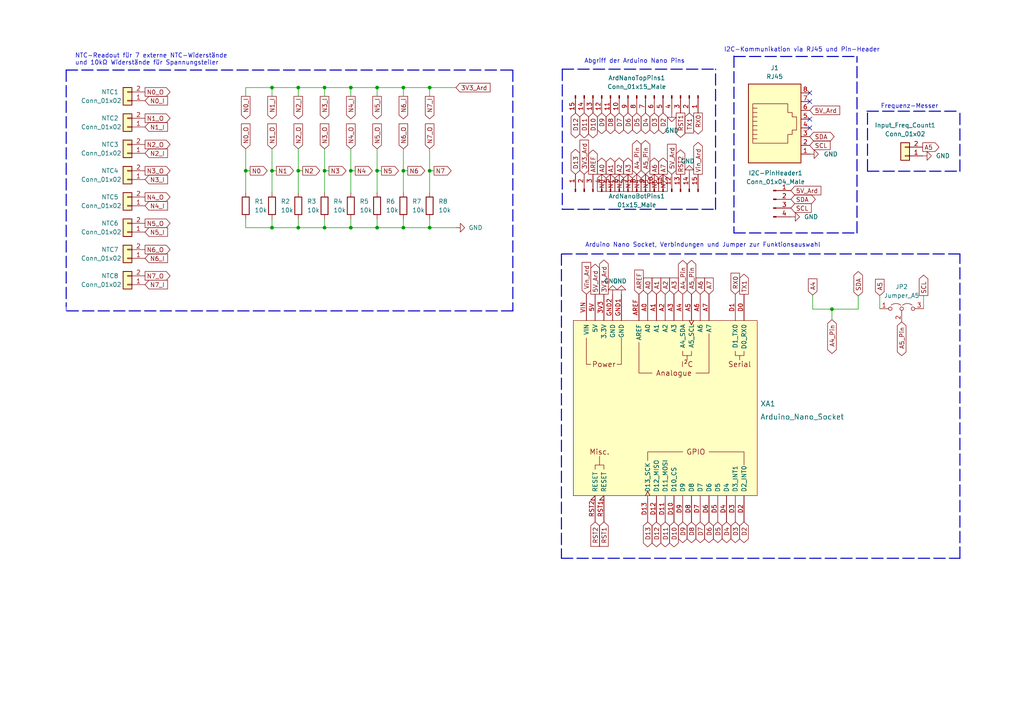
<source format=kicad_sch>
(kicad_sch (version 20211123) (generator eeschema)
  (paper "A4")
  (lib_symbols
    (symbol "Arduino:Arduino_Nano_Socket" (pin_names (offset 1.016))
      (property "Reference" "XA" (at 2.54 0 90))
      (property "Value" "Arduino_Nano_Socket" (at -2.54 0 90))
      (symbol "Arduino_Nano_Socket_0_0"
        (rectangle (start -25.4 26.67) (end 25.4 -26.67) (fill (type background)))
        (polyline (pts (xy -15.24 6.35) (xy -13.97 6.35)))
        (polyline (pts (xy -15.24 21.59) (xy -13.97 21.59)))
        (polyline (pts (xy 16.51 -19.05) (xy 13.97 -19.05)))
        (polyline (pts (xy -20.32 -22.86) (xy -12.7 -22.86) (xy -12.7 -21.59)))
        (polyline (pts (xy -12.7 -13.97) (xy -12.7 -12.7) (xy -20.32 -12.7)))
        (polyline (pts (xy -16.51 7.62) (xy -15.24 7.62) (xy -15.24 5.08) (xy -16.51 5.08)))
        (polyline (pts (xy -16.51 22.86) (xy -15.24 22.86) (xy -15.24 20.32) (xy -16.51 20.32)))
        (text "Analogue" (at -10.16 2.54 900) (effects (font (size 1.524 1.524))))
        (text "I²C" (at -12.7 6.35 900) (effects (font (size 1.524 1.524))))
        (text "Misc." (at 12.7 -19.05 900) (effects (font (size 1.524 1.524))))
        (text "Power" (at -12.7 -17.78 900) (effects (font (size 1.524 1.524))))
        (text "Serial" (at -12.7 21.59 900) (effects (font (size 1.524 1.524))))
      )
      (symbol "Arduino_Nano_Socket_0_1"
        (polyline (pts (xy -21.59 12.7) (xy -10.16 12.7) (xy -10.16 8.89)))
        (polyline (pts (xy -19.05 -7.62) (xy -10.16 -7.62) (xy -10.16 -3.81)))
        (polyline (pts (xy 15.24 -5.08) (xy 12.7 -5.08) (xy 12.7 5.08)))
        (polyline (pts (xy 16.51 22.86) (xy 12.7 22.86) (xy 12.7 12.7)))
        (polyline (pts (xy 17.78 -17.78) (xy 16.51 -17.78) (xy 16.51 -20.32) (xy 17.78 -20.32)))
      )
      (symbol "Arduino_Nano_Socket_1_0"
        (text "GPIO" (at 12.7 8.89 900) (effects (font (size 1.524 1.524))))
      )
      (symbol "Arduino_Nano_Socket_1_1"
        (pin power_in line (at -33.02 -17.78 0) (length 7.62) (name "3.3V") (number "3V3"))
        (pin power_in line (at -33.02 -20.32 0) (length 7.62) (name "5V") (number "5V"))
        (pin bidirectional line (at -33.02 -5.08 0) (length 7.62) (name "A0") (number "A0"))
        (pin bidirectional line (at -33.02 -2.54 0) (length 7.62) (name "A1") (number "A1"))
        (pin bidirectional line (at -33.02 0 0) (length 7.62) (name "A2") (number "A2"))
        (pin bidirectional line (at -33.02 2.54 0) (length 7.62) (name "A3") (number "A3"))
        (pin bidirectional line (at -33.02 5.08 0) (length 7.62) (name "A4_SDA") (number "A4"))
        (pin bidirectional clock (at -33.02 7.62 0) (length 7.62) (name "A5_SCL") (number "A5"))
        (pin input line (at -33.02 10.16 0) (length 7.62) (name "A6") (number "A6"))
        (pin input line (at -33.02 12.7 0) (length 7.62) (name "A7") (number "A7"))
        (pin input line (at -33.02 -7.62 0) (length 7.62) (name "AREF") (number "AREF"))
        (pin bidirectional line (at -33.02 22.86 0) (length 7.62) (name "D0_RX0") (number "D0"))
        (pin bidirectional line (at -33.02 20.32 0) (length 7.62) (name "D1_TX0") (number "D1"))
        (pin bidirectional line (at 33.02 2.54 180) (length 7.62) (name "D10_CS") (number "D10"))
        (pin bidirectional line (at 33.02 0 180) (length 7.62) (name "D11_MOSI") (number "D11"))
        (pin bidirectional line (at 33.02 -2.54 180) (length 7.62) (name "D12_MISO") (number "D12"))
        (pin bidirectional clock (at 33.02 -5.08 180) (length 7.62) (name "D13_SCK") (number "D13"))
        (pin bidirectional line (at 33.02 22.86 180) (length 7.62) (name "D2_INT0") (number "D2"))
        (pin bidirectional line (at 33.02 20.32 180) (length 7.62) (name "D3_INT1") (number "D3"))
        (pin bidirectional line (at 33.02 17.78 180) (length 7.62) (name "D4") (number "D4"))
        (pin bidirectional line (at 33.02 15.24 180) (length 7.62) (name "D5") (number "D5"))
        (pin bidirectional line (at 33.02 12.7 180) (length 7.62) (name "D6") (number "D6"))
        (pin bidirectional line (at 33.02 10.16 180) (length 7.62) (name "D7") (number "D7"))
        (pin bidirectional line (at 33.02 7.62 180) (length 7.62) (name "D8") (number "D8"))
        (pin bidirectional line (at 33.02 5.08 180) (length 7.62) (name "D9") (number "D9"))
        (pin power_in line (at -33.02 -12.7 0) (length 7.62) (name "GND") (number "GND1"))
        (pin power_in line (at -33.02 -15.24 0) (length 7.62) (name "GND") (number "GND2"))
        (pin open_collector input_low (at 33.02 -17.78 180) (length 7.62) (name "RESET") (number "RST1"))
        (pin open_collector input_low (at 33.02 -20.32 180) (length 7.62) (name "RESET") (number "RST2"))
        (pin power_in line (at -33.02 -22.86 0) (length 7.62) (name "VIN") (number "VIN"))
      )
    )
    (symbol "Connector:Conn_01x04_Male" (pin_names (offset 1.016) hide)
      (property "Reference" "J" (at 0 5.08 0))
      (property "Value" "Conn_01x04_Male" (at 0 -7.62 0))
      (symbol "Conn_01x04_Male_1_1"
        (polyline (pts (xy 1.27 -5.08) (xy 0.8636 -5.08)) (stroke (width 0.1524)))
        (polyline (pts (xy 1.27 -2.54) (xy 0.8636 -2.54)) (stroke (width 0.1524)))
        (polyline (pts (xy 1.27 0) (xy 0.8636 0)) (stroke (width 0.1524)))
        (polyline (pts (xy 1.27 2.54) (xy 0.8636 2.54)) (stroke (width 0.1524)))
        (rectangle (start 0.8636 -4.953) (end 0 -5.207) (stroke (width 0.1524)) (fill (type outline)))
        (rectangle (start 0.8636 -2.413) (end 0 -2.667) (stroke (width 0.1524)) (fill (type outline)))
        (rectangle (start 0.8636 0.127) (end 0 -0.127) (stroke (width 0.1524)) (fill (type outline)))
        (rectangle (start 0.8636 2.667) (end 0 2.413) (stroke (width 0.1524)) (fill (type outline)))
        (pin passive line (at 5.08 2.54 180) (length 3.81) (name "Pin_1") (number "1"))
        (pin passive line (at 5.08 0 180) (length 3.81) (name "Pin_2") (number "2"))
        (pin passive line (at 5.08 -2.54 180) (length 3.81) (name "Pin_3") (number "3"))
        (pin passive line (at 5.08 -5.08 180) (length 3.81) (name "Pin_4") (number "4"))
      )
    )
    (symbol "Connector:Conn_01x15_Male" (pin_names (offset 1.016) hide)
      (property "Reference" "J" (at 0 20.32 0))
      (property "Value" "Conn_01x15_Male" (at 0 -20.32 0))
      (symbol "Conn_01x15_Male_1_1"
        (polyline (pts (xy 1.27 -17.78) (xy 0.8636 -17.78)) (stroke (width 0.1524)))
        (polyline (pts (xy 1.27 -15.24) (xy 0.8636 -15.24)) (stroke (width 0.1524)))
        (polyline (pts (xy 1.27 -12.7) (xy 0.8636 -12.7)) (stroke (width 0.1524)))
        (polyline (pts (xy 1.27 -10.16) (xy 0.8636 -10.16)) (stroke (width 0.1524)))
        (polyline (pts (xy 1.27 -7.62) (xy 0.8636 -7.62)) (stroke (width 0.1524)))
        (polyline (pts (xy 1.27 -5.08) (xy 0.8636 -5.08)) (stroke (width 0.1524)))
        (polyline (pts (xy 1.27 -2.54) (xy 0.8636 -2.54)) (stroke (width 0.1524)))
        (polyline (pts (xy 1.27 0) (xy 0.8636 0)) (stroke (width 0.1524)))
        (polyline (pts (xy 1.27 2.54) (xy 0.8636 2.54)) (stroke (width 0.1524)))
        (polyline (pts (xy 1.27 5.08) (xy 0.8636 5.08)) (stroke (width 0.1524)))
        (polyline (pts (xy 1.27 7.62) (xy 0.8636 7.62)) (stroke (width 0.1524)))
        (polyline (pts (xy 1.27 10.16) (xy 0.8636 10.16)) (stroke (width 0.1524)))
        (polyline (pts (xy 1.27 12.7) (xy 0.8636 12.7)) (stroke (width 0.1524)))
        (polyline (pts (xy 1.27 15.24) (xy 0.8636 15.24)) (stroke (width 0.1524)))
        (polyline (pts (xy 1.27 17.78) (xy 0.8636 17.78)) (stroke (width 0.1524)))
        (rectangle (start 0.8636 -17.653) (end 0 -17.907) (stroke (width 0.1524)) (fill (type outline)))
        (rectangle (start 0.8636 -15.113) (end 0 -15.367) (stroke (width 0.1524)) (fill (type outline)))
        (rectangle (start 0.8636 -12.573) (end 0 -12.827) (stroke (width 0.1524)) (fill (type outline)))
        (rectangle (start 0.8636 -10.033) (end 0 -10.287) (stroke (width 0.1524)) (fill (type outline)))
        (rectangle (start 0.8636 -7.493) (end 0 -7.747) (stroke (width 0.1524)) (fill (type outline)))
        (rectangle (start 0.8636 -4.953) (end 0 -5.207) (stroke (width 0.1524)) (fill (type outline)))
        (rectangle (start 0.8636 -2.413) (end 0 -2.667) (stroke (width 0.1524)) (fill (type outline)))
        (rectangle (start 0.8636 0.127) (end 0 -0.127) (stroke (width 0.1524)) (fill (type outline)))
        (rectangle (start 0.8636 2.667) (end 0 2.413) (stroke (width 0.1524)) (fill (type outline)))
        (rectangle (start 0.8636 5.207) (end 0 4.953) (stroke (width 0.1524)) (fill (type outline)))
        (rectangle (start 0.8636 7.747) (end 0 7.493) (stroke (width 0.1524)) (fill (type outline)))
        (rectangle (start 0.8636 10.287) (end 0 10.033) (stroke (width 0.1524)) (fill (type outline)))
        (rectangle (start 0.8636 12.827) (end 0 12.573) (stroke (width 0.1524)) (fill (type outline)))
        (rectangle (start 0.8636 15.367) (end 0 15.113) (stroke (width 0.1524)) (fill (type outline)))
        (rectangle (start 0.8636 17.907) (end 0 17.653) (stroke (width 0.1524)) (fill (type outline)))
        (pin passive line (at 5.08 17.78 180) (length 3.81) (name "Pin_1") (number "1"))
        (pin passive line (at 5.08 -5.08 180) (length 3.81) (name "Pin_10") (number "10"))
        (pin passive line (at 5.08 -7.62 180) (length 3.81) (name "Pin_11") (number "11"))
        (pin passive line (at 5.08 -10.16 180) (length 3.81) (name "Pin_12") (number "12"))
        (pin passive line (at 5.08 -12.7 180) (length 3.81) (name "Pin_13") (number "13"))
        (pin passive line (at 5.08 -15.24 180) (length 3.81) (name "Pin_14") (number "14"))
        (pin passive line (at 5.08 -17.78 180) (length 3.81) (name "Pin_15") (number "15"))
        (pin passive line (at 5.08 15.24 180) (length 3.81) (name "Pin_2") (number "2"))
        (pin passive line (at 5.08 12.7 180) (length 3.81) (name "Pin_3") (number "3"))
        (pin passive line (at 5.08 10.16 180) (length 3.81) (name "Pin_4") (number "4"))
        (pin passive line (at 5.08 7.62 180) (length 3.81) (name "Pin_5") (number "5"))
        (pin passive line (at 5.08 5.08 180) (length 3.81) (name "Pin_6") (number "6"))
        (pin passive line (at 5.08 2.54 180) (length 3.81) (name "Pin_7") (number "7"))
        (pin passive line (at 5.08 0 180) (length 3.81) (name "Pin_8") (number "8"))
        (pin passive line (at 5.08 -2.54 180) (length 3.81) (name "Pin_9") (number "9"))
      )
    )
    (symbol "Connector:RJ45" (pin_names (offset 1.016))
      (property "Reference" "J" (at -5.08 13.97 0))
      (property "Value" "RJ45" (at 2.54 13.97 0))
      (symbol "RJ45_0_1"
        (polyline (pts (xy -5.08 4.445) (xy -6.35 4.445)))
        (polyline (pts (xy -5.08 5.715) (xy -6.35 5.715)))
        (polyline (pts (xy -6.35 -3.175) (xy -5.08 -3.175) (xy -5.08 -3.175)))
        (polyline (pts (xy -6.35 -1.905) (xy -5.08 -1.905) (xy -5.08 -1.905)))
        (polyline (pts (xy -6.35 -0.635) (xy -5.08 -0.635) (xy -5.08 -0.635)))
        (polyline (pts (xy -6.35 0.635) (xy -5.08 0.635) (xy -5.08 0.635)))
        (polyline (pts (xy -6.35 1.905) (xy -5.08 1.905) (xy -5.08 1.905)))
        (polyline (pts (xy -5.08 3.175) (xy -6.35 3.175) (xy -6.35 3.175)))
        (polyline (pts (xy -6.35 -4.445) (xy -6.35 6.985) (xy 3.81 6.985) (xy 3.81 4.445) (xy 5.08 4.445) (xy 5.08 3.175) (xy 6.35 3.175) (xy 6.35 -0.635) (xy 5.08 -0.635) (xy 5.08 -1.905) (xy 3.81 -1.905) (xy 3.81 -4.445) (xy -6.35 -4.445) (xy -6.35 -4.445)))
        (rectangle (start 7.62 12.7) (end -7.62 -10.16) (stroke (width 0.254)) (fill (type background)))
      )
      (symbol "RJ45_1_1"
        (pin passive line (at 10.16 -7.62 180) (length 2.54) (name "~") (number "1"))
        (pin passive line (at 10.16 -5.08 180) (length 2.54) (name "~") (number "2"))
        (pin passive line (at 10.16 -2.54 180) (length 2.54) (name "~") (number "3"))
        (pin passive line (at 10.16 0 180) (length 2.54) (name "~") (number "4"))
        (pin passive line (at 10.16 2.54 180) (length 2.54) (name "~") (number "5"))
        (pin passive line (at 10.16 5.08 180) (length 2.54) (name "~") (number "6"))
        (pin passive line (at 10.16 7.62 180) (length 2.54) (name "~") (number "7"))
        (pin passive line (at 10.16 10.16 180) (length 2.54) (name "~") (number "8"))
      )
    )
    (symbol "Connector_Generic:Conn_01x02" (pin_names (offset 1.016) hide)
      (property "Reference" "J" (at 0 2.54 0))
      (property "Value" "Conn_01x02" (at 0 -5.08 0))
      (symbol "Conn_01x02_1_1"
        (rectangle (start -1.27 -2.413) (end 0 -2.667) (stroke (width 0.1524)))
        (rectangle (start -1.27 0.127) (end 0 -0.127) (stroke (width 0.1524)))
        (rectangle (start -1.27 1.27) (end 1.27 -3.81) (stroke (width 0.254)) (fill (type background)))
        (pin passive line (at -5.08 0 0) (length 3.81) (name "Pin_1") (number "1"))
        (pin passive line (at -5.08 -2.54 0) (length 3.81) (name "Pin_2") (number "2"))
      )
    )
    (symbol "Device:R" (pin_numbers hide) (pin_names (offset 0))
      (property "Reference" "R" (at 2.032 0 90))
      (property "Value" "R" (at 0 0 90))
      (symbol "R_0_1"
        (rectangle (start -1.016 -2.54) (end 1.016 2.54) (stroke (width 0.254)))
      )
      (symbol "R_1_1"
        (pin passive line (at 0 3.81 270) (length 1.27) (name "~") (number "1"))
        (pin passive line (at 0 -3.81 90) (length 1.27) (name "~") (number "2"))
      )
    )
    (symbol "Jumper:Jumper_3_Open" (pin_names (offset 0) hide)
      (property "Reference" "JP" (at -2.54 -2.54 0))
      (property "Value" "Jumper_3_Open" (at 0 2.794 0))
      (symbol "Jumper_3_Open_0_0"
        (circle (center -3.302 0) (radius 0.508))
        (circle (center 0 0) (radius 0.508))
        (circle (center 3.302 0) (radius 0.508))
      )
      (symbol "Jumper_3_Open_0_1"
        (arc (start -0.254 1.016) (mid -1.651 1.4992) (end -3.048 1.016))
        (polyline (pts (xy 0 -0.508) (xy 0 -1.27)))
        (arc (start 3.048 1.016) (mid 1.651 1.4992) (end 0.254 1.016))
      )
      (symbol "Jumper_3_Open_1_1"
        (pin passive line (at -6.35 0 0) (length 2.54) (name "A") (number "1"))
        (pin input line (at 0 -3.81 90) (length 2.54) (name "C") (number "2"))
        (pin passive line (at 6.35 0 180) (length 2.54) (name "B") (number "3"))
      )
    )
    (symbol "power:GND" (power) (pin_names (offset 0))
      (property "Value" "GND" (at 0 -3.81 0))
      (symbol "GND_0_1"
        (polyline (pts (xy 0 0) (xy 0 -1.27) (xy 1.27 -1.27) (xy 0 -2.54) (xy -1.27 -1.27) (xy 0 -1.27)))
      )
      (symbol "GND_1_1"
        (pin power_in line (at 0 0 270) (length 0) hide (name "GND") (number "1"))
      )
    )
  )
  (junction (at 101.7524 25.4))
  (junction (at 124.6124 49.53))
  (junction (at 86.5124 66.04))
  (junction (at 86.5124 49.53))
  (junction (at 94.1324 49.53))
  (junction (at 101.7524 66.04))
  (junction (at 78.8924 49.53))
  (junction (at 78.8924 66.04))
  (junction (at 101.7524 49.53))
  (junction (at 109.3724 25.4))
  (junction (at 241.3 89.662))
  (junction (at 116.9924 25.4))
  (junction (at 71.2724 49.53))
  (junction (at 116.9924 49.53))
  (junction (at 124.6124 66.04))
  (junction (at 86.5124 25.4))
  (junction (at 94.1324 25.4))
  (junction (at 116.9924 66.04))
  (junction (at 124.6124 25.4))
  (junction (at 109.3724 66.04))
  (junction (at 94.1324 66.04))
  (junction (at 78.8924 25.4))
  (junction (at 109.3724 49.53))
  (no_connect (at 234.8484 29.464))
  (no_connect (at 234.8484 34.544))
  (no_connect (at 234.8484 26.924))
  (no_connect (at 234.8484 37.084))
  (wire (pts (xy 78.8924 43.18) (xy 78.8924 49.53)))
  (wire (pts (xy 124.6124 25.4) (xy 132.2324 25.4)))
  (wire (pts (xy 124.6124 49.53) (xy 125.8824 49.53)))
  (wire (pts (xy 101.7524 66.04) (xy 109.3724 66.04)))
  (polyline (pts (xy 212.8774 16.256) (xy 212.8774 67.564)) (stroke (width 0.3)))
  (wire (pts (xy 71.2724 49.53) (xy 71.2724 55.88)))
  (wire (pts (xy 109.3724 63.5) (xy 109.3724 66.04)))
  (wire (pts (xy 109.3724 25.4) (xy 116.9924 25.4)))
  (wire (pts (xy 124.6124 43.18) (xy 124.6124 49.53)))
  (wire (pts (xy 109.3724 43.18) (xy 109.3724 49.53)))
  (wire (pts (xy 94.1324 49.53) (xy 95.4024 49.53)))
  (polyline (pts (xy 19.2024 20.32) (xy 19.2024 88.9)) (stroke (width 0.3)))
  (polyline (pts (xy 163.0934 20.066) (xy 163.0934 60.706)) (stroke (width 0.3)))
  (wire (pts (xy 116.9924 43.18) (xy 116.9924 49.53)))
  (wire (pts (xy 248.92 89.662) (xy 248.92 85.852)))
  (wire (pts (xy 86.5124 43.18) (xy 86.5124 49.53)))
  (wire (pts (xy 109.3724 66.04) (xy 116.9924 66.04)))
  (polyline (pts (xy 251.6124 49.657) (xy 278.4094 49.657)) (stroke (width 0.3)))
  (polyline (pts (xy 148.7424 90.17) (xy 19.2024 90.17)) (stroke (width 0.3)))
  (polyline (pts (xy 251.6124 32.766) (xy 251.6124 49.657)) (stroke (width 0.3)))
  (wire (pts (xy 71.2724 49.53) (xy 72.5424 49.53)))
  (wire (pts (xy 109.3724 49.53) (xy 109.3724 55.88)))
  (wire (pts (xy 116.9924 25.4) (xy 116.9924 27.94)))
  (wire (pts (xy 71.2724 63.5) (xy 71.2724 66.04)))
  (wire (pts (xy 86.5124 49.53) (xy 86.5124 55.88)))
  (wire (pts (xy 86.5124 66.04) (xy 94.1324 66.04)))
  (wire (pts (xy 78.8924 49.53) (xy 80.1624 49.53)))
  (wire (pts (xy 235.712 85.598) (xy 235.712 89.662)))
  (polyline (pts (xy 162.8394 161.925) (xy 278.4094 161.925)) (stroke (width 0.3)))
  (wire (pts (xy 101.7524 63.5) (xy 101.7524 66.04)))
  (wire (pts (xy 94.1324 25.4) (xy 94.1324 27.94)))
  (wire (pts (xy 124.6124 66.04) (xy 132.2324 66.04)))
  (wire (pts (xy 101.7524 25.4) (xy 101.7524 27.94)))
  (wire (pts (xy 101.7524 25.4) (xy 109.3724 25.4)))
  (polyline (pts (xy 162.8394 73.66) (xy 162.8394 161.925)) (stroke (width 0.3)))
  (wire (pts (xy 71.2724 66.04) (xy 78.8924 66.04)))
  (wire (pts (xy 78.8924 25.4) (xy 78.8924 27.94)))
  (polyline (pts (xy 19.2024 20.32) (xy 148.7424 20.32)) (stroke (width 0.3)))
  (wire (pts (xy 94.1324 63.5) (xy 94.1324 66.04)))
  (polyline (pts (xy 163.0934 20.066) (xy 207.5434 20.066)) (stroke (width 0.3)))
  (polyline (pts (xy 148.7424 20.32) (xy 148.7424 90.17)) (stroke (width 0.3)))
  (wire (pts (xy 116.9924 25.4) (xy 124.6124 25.4)))
  (wire (pts (xy 124.6124 25.4) (xy 124.6124 27.94)))
  (wire (pts (xy 116.9924 49.53) (xy 116.9924 55.88)))
  (polyline (pts (xy 278.4094 73.66) (xy 163.0934 73.66)) (stroke (width 0.3)))
  (wire (pts (xy 86.5124 49.53) (xy 87.7824 49.53)))
  (wire (pts (xy 86.5124 25.4) (xy 94.1324 25.4)))
  (wire (pts (xy 101.7524 49.53) (xy 101.7524 55.88)))
  (wire (pts (xy 71.2724 25.4) (xy 71.2724 27.94)))
  (wire (pts (xy 116.9924 49.53) (xy 118.2624 49.53)))
  (wire (pts (xy 101.7524 49.53) (xy 103.0224 49.53)))
  (wire (pts (xy 71.2724 25.4) (xy 78.8924 25.4)))
  (polyline (pts (xy 163.0934 73.66) (xy 163.0934 73.66)))
  (polyline (pts (xy 278.4094 49.657) (xy 278.4094 32.258)) (stroke (width 0.3)))
  (wire (pts (xy 116.9924 63.5) (xy 116.9924 66.04)))
  (polyline (pts (xy 212.8774 16.383) (xy 248.5644 16.383)) (stroke (width 0.3)))
  (wire (pts (xy 71.2724 43.18) (xy 71.2724 49.53)))
  (wire (pts (xy 235.712 89.662) (xy 241.3 89.662)))
  (polyline (pts (xy 212.8774 67.564) (xy 248.5644 67.564)) (stroke (width 0.3)))
  (wire (pts (xy 86.5124 25.4) (xy 86.5124 27.94)))
  (wire (pts (xy 241.3 92.71) (xy 241.3 89.662)))
  (wire (pts (xy 94.1324 25.4) (xy 101.7524 25.4)))
  (polyline (pts (xy 248.5644 67.564) (xy 248.5644 16.383)) (stroke (width 0.3)))
  (wire (pts (xy 78.8924 66.04) (xy 86.5124 66.04)))
  (wire (pts (xy 94.1324 49.53) (xy 94.1324 55.88)))
  (wire (pts (xy 94.1324 66.04) (xy 101.7524 66.04)))
  (wire (pts (xy 78.8924 49.53) (xy 78.8924 55.88)))
  (polyline (pts (xy 278.4094 161.925) (xy 278.4094 73.66)) (stroke (width 0.3)))
  (wire (pts (xy 78.8924 25.4) (xy 86.5124 25.4)))
  (wire (pts (xy 124.6124 63.5) (xy 124.6124 66.04)))
  (wire (pts (xy 78.8924 63.5) (xy 78.8924 66.04)))
  (wire (pts (xy 255.1684 85.725) (xy 255.1684 89.535)))
  (wire (pts (xy 109.3724 49.53) (xy 110.6424 49.53)))
  (wire (pts (xy 267.8684 89.535) (xy 267.8684 85.725)))
  (wire (pts (xy 241.3 89.662) (xy 248.92 89.662)))
  (wire (pts (xy 109.3724 25.4) (xy 109.3724 27.94)))
  (polyline (pts (xy 207.5434 60.706) (xy 207.5434 20.066)) (stroke (width 0.3)))
  (polyline (pts (xy 19.2024 90.17) (xy 19.2024 88.9)))
  (polyline (pts (xy 251.4854 32.258) (xy 278.4094 32.258)) (stroke (width 0.3)))
  (wire (pts (xy 116.9924 66.04) (xy 124.6124 66.04)))
  (wire (pts (xy 124.6124 49.53) (xy 124.6124 55.88)))
  (wire (pts (xy 94.1324 43.18) (xy 94.1324 49.53)))
  (wire (pts (xy 101.7524 43.18) (xy 101.7524 49.53)))
  (polyline (pts (xy 163.0934 60.706) (xy 207.5434 60.706)) (stroke (width 0.3) (type dash)))
  (wire (pts (xy 86.5124 63.5) (xy 86.5124 66.04)))
  (text "Abgriff der Arduino Nano Pins" (at 169.4434 18.542 0) (effects (font (size 1.27 1.27)) (justify left bottom)))
  (text "NTC-Readout für 7 externe NTC-Widerstände\nund 10kΩ Widerstände für Spannungsteiler" (at 21.7424 19.05 0) (effects (font (size 1.27 1.27)) (justify left bottom)))
  (text "Frequenz-Messer" (at 255.4224 31.623 0) (effects (font (size 1.27 1.27)) (justify left bottom)))
  (text "Arduino Nano Socket, Verbindungen und Jumper zur Funktionsauswahl" (at 169.6974 71.882 0) (effects (font (size 1.27 1.27)) (justify left bottom)))
  (text "I2C-Kommunikation via RJ45 und Pin-Header" (at 209.9564 15.24 0) (effects (font (size 1.27 1.27)) (justify left bottom)))
  (global_label "N0" (shape output) (at 72.5424 49.53 0) (property "Intersheet References" "${INTERSHEET_REFS}" (effects hide)))
  (global_label "N7" (shape input) (at 192.3034 50.546 270) (property "Intersheet References" "${INTERSHEET_REFS}" (effects hide)))
  (global_label "A1" (shape input) (at 190.3984 85.344 90) (property "Intersheet References" "${INTERSHEET_REFS}" (effects hide)))
  (global_label "N2_I" (shape input) (at 42.0624 44.45 0) (property "Intersheet References" "${INTERSHEET_REFS}" (effects hide)))
  (global_label "N1" (shape output) (at 80.1624 49.53 0) (property "Intersheet References" "${INTERSHEET_REFS}" (effects hide)))
  (global_label "N7" (shape output) (at 125.8824 49.53 0) (property "Intersheet References" "${INTERSHEET_REFS}" (effects hide)))
  (global_label "N4" (shape input) (at 184.6834 50.546 270) (property "Intersheet References" "${INTERSHEET_REFS}" (effects hide)))
  (global_label "A7" (shape input) (at 205.6384 85.344 90) (property "Intersheet References" "${INTERSHEET_REFS}" (effects hide)))
  (global_label "D3" (shape bidirectional) (at 213.2584 151.384 270) (property "Intersheet References" "${INTERSHEET_REFS}" (effects hide)))
  (global_label "RST2" (shape input) (at 172.6184 151.384 270) (property "Intersheet References" "${INTERSHEET_REFS}" (effects hide)))
  (global_label "Vin_Ard" (shape output) (at 202.4634 50.546 90) (property "Intersheet References" "${INTERSHEET_REFS}" (effects hide)))
  (global_label "AREF" (shape input) (at 185.3184 85.344 90) (property "Intersheet References" "${INTERSHEET_REFS}" (effects hide)))
  (global_label "N7_O" (shape input) (at 124.6124 43.18 90) (property "Intersheet References" "${INTERSHEET_REFS}" (effects hide)))
  (global_label "D11" (shape bidirectional) (at 169.4434 32.766 270) (property "Intersheet References" "${INTERSHEET_REFS}" (effects hide)))
  (global_label "N4_O" (shape input) (at 101.7524 43.18 90) (property "Intersheet References" "${INTERSHEET_REFS}" (effects hide)))
  (global_label "N4" (shape output) (at 103.0224 49.53 0) (property "Intersheet References" "${INTERSHEET_REFS}" (effects hide)))
  (global_label "N6_I" (shape output) (at 116.9924 27.94 270) (property "Intersheet References" "${INTERSHEET_REFS}" (effects hide)))
  (global_label "D7" (shape bidirectional) (at 179.6034 32.766 270) (property "Intersheet References" "${INTERSHEET_REFS}" (effects hide)))
  (global_label "D7" (shape bidirectional) (at 203.0984 151.384 270) (property "Intersheet References" "${INTERSHEET_REFS}" (effects hide)))
  (global_label "A4_Pin" (shape bidirectional) (at 198.0184 85.344 90) (property "Intersheet References" "${INTERSHEET_REFS}" (effects hide)))
  (global_label "5V_Ard" (shape input) (at 229.3874 55.2704 0) (property "Intersheet References" "${INTERSHEET_REFS}" (effects hide)))
  (global_label "D5" (shape bidirectional) (at 184.6834 32.766 270) (property "Intersheet References" "${INTERSHEET_REFS}" (effects hide)))
  (global_label "D6" (shape bidirectional) (at 182.1434 32.766 270) (property "Intersheet References" "${INTERSHEET_REFS}" (effects hide)))
  (global_label "D4" (shape bidirectional) (at 187.2234 32.766 270) (property "Intersheet References" "${INTERSHEET_REFS}" (effects hide)))
  (global_label "AREF" (shape output) (at 171.9834 50.546 90) (property "Intersheet References" "${INTERSHEET_REFS}" (effects hide)))
  (global_label "SDA" (shape bidirectional) (at 229.3874 57.8104 0) (property "Intersheet References" "${INTERSHEET_REFS}" (effects hide)))
  (global_label "N4_I" (shape output) (at 101.7524 27.94 270) (property "Intersheet References" "${INTERSHEET_REFS}" (effects hide)))
  (global_label "SDA" (shape bidirectional) (at 234.8484 39.624 0) (property "Intersheet References" "${INTERSHEET_REFS}" (effects hide)))
  (global_label "A5" (shape output) (at 267.6144 42.672 0) (property "Intersheet References" "${INTERSHEET_REFS}" (effects hide)))
  (global_label "N0_I" (shape output) (at 71.2724 27.94 270) (property "Intersheet References" "${INTERSHEET_REFS}" (effects hide)))
  (global_label "N3_O" (shape output) (at 42.0624 49.53 0) (property "Intersheet References" "${INTERSHEET_REFS}" (effects hide)))
  (global_label "N5_O" (shape output) (at 42.0624 64.77 0) (property "Intersheet References" "${INTERSHEET_REFS}" (effects hide)))
  (global_label "N5_O" (shape input) (at 109.3724 43.18 90) (property "Intersheet References" "${INTERSHEET_REFS}" (effects hide)))
  (global_label "3V3_Ard" (shape input) (at 132.2324 25.4 0) (property "Intersheet References" "${INTERSHEET_REFS}" (effects hide)))
  (global_label "5V_Ard" (shape output) (at 172.6184 85.344 90) (property "Intersheet References" "${INTERSHEET_REFS}" (effects hide)))
  (global_label "D13" (shape bidirectional) (at 166.9034 50.546 90) (property "Intersheet References" "${INTERSHEET_REFS}" (effects hide)))
  (global_label "D6" (shape bidirectional) (at 205.6384 151.384 270) (property "Intersheet References" "${INTERSHEET_REFS}" (effects hide)))
  (global_label "N4_I" (shape input) (at 42.0624 59.69 0) (property "Intersheet References" "${INTERSHEET_REFS}" (effects hide)))
  (global_label "N3" (shape input) (at 182.1434 50.546 270) (property "Intersheet References" "${INTERSHEET_REFS}" (effects hide)))
  (global_label "N4_O" (shape output) (at 42.0624 57.15 0) (property "Intersheet References" "${INTERSHEET_REFS}" (effects hide)))
  (global_label "A3" (shape input) (at 195.4784 85.344 90) (property "Intersheet References" "${INTERSHEET_REFS}" (effects hide)))
  (global_label "N6_O" (shape output) (at 42.0624 72.39 0) (property "Intersheet References" "${INTERSHEET_REFS}" (effects hide)))
  (global_label "RX0" (shape input) (at 213.2584 85.344 90) (property "Intersheet References" "${INTERSHEET_REFS}" (effects hide)))
  (global_label "3V3_Ard" (shape input) (at 169.4434 50.546 90) (property "Intersheet References" "${INTERSHEET_REFS}" (effects hide)))
  (global_label "D5" (shape bidirectional) (at 208.1784 151.384 270) (property "Intersheet References" "${INTERSHEET_REFS}" (effects hide)))
  (global_label "N1" (shape input) (at 177.0634 50.546 270) (property "Intersheet References" "${INTERSHEET_REFS}" (effects hide)))
  (global_label "SDA" (shape bidirectional) (at 248.92 85.852 90) (property "Intersheet References" "${INTERSHEET_REFS}" (effects hide)))
  (global_label "D13" (shape bidirectional) (at 187.8584 151.384 270) (property "Intersheet References" "${INTERSHEET_REFS}" (effects hide)))
  (global_label "A5_Pin" (shape bidirectional) (at 187.2234 50.546 90) (property "Intersheet References" "${INTERSHEET_REFS}" (effects hide)))
  (global_label "N0_O" (shape output) (at 42.0624 26.67 0) (property "Intersheet References" "${INTERSHEET_REFS}" (effects hide)))
  (global_label "D11" (shape bidirectional) (at 192.9384 151.384 270) (property "Intersheet References" "${INTERSHEET_REFS}" (effects hide)))
  (global_label "D12" (shape bidirectional) (at 166.9034 32.766 270) (property "Intersheet References" "${INTERSHEET_REFS}" (effects hide)))
  (global_label "A2" (shape output) (at 179.6034 50.546 90) (property "Intersheet References" "${INTERSHEET_REFS}" (effects hide)))
  (global_label "A5_Pin" (shape bidirectional) (at 200.5584 85.344 90) (property "Intersheet References" "${INTERSHEET_REFS}" (effects hide)))
  (global_label "TX1" (shape input) (at 199.9234 32.766 270) (property "Intersheet References" "${INTERSHEET_REFS}" (effects hide)))
  (global_label "N1_I" (shape input) (at 42.0624 36.83 0) (property "Intersheet References" "${INTERSHEET_REFS}" (effects hide)))
  (global_label "A0" (shape output) (at 174.5234 50.546 90) (property "Intersheet References" "${INTERSHEET_REFS}" (effects hide)))
  (global_label "N3_I" (shape input) (at 42.0624 52.07 0) (property "Intersheet References" "${INTERSHEET_REFS}" (effects hide)))
  (global_label "N1_O" (shape input) (at 78.8924 43.18 90) (property "Intersheet References" "${INTERSHEET_REFS}" (effects hide)))
  (global_label "5V_Ard" (shape input) (at 234.8484 32.004 0) (property "Intersheet References" "${INTERSHEET_REFS}" (effects hide)))
  (global_label "N6_I" (shape input) (at 42.0624 74.93 0) (property "Intersheet References" "${INTERSHEET_REFS}" (effects hide)))
  (global_label "N5_I" (shape input) (at 42.0624 67.31 0) (property "Intersheet References" "${INTERSHEET_REFS}" (effects hide)))
  (global_label "N3_O" (shape input) (at 94.1324 43.18 90) (property "Intersheet References" "${INTERSHEET_REFS}" (effects hide)))
  (global_label "Vin_Ard" (shape input) (at 170.0784 85.344 90) (property "Intersheet References" "${INTERSHEET_REFS}" (effects hide)))
  (global_label "A4_Pin" (shape bidirectional) (at 184.6834 50.546 90) (property "Intersheet References" "${INTERSHEET_REFS}" (effects hide)))
  (global_label "D4" (shape bidirectional) (at 210.7184 151.384 270) (property "Intersheet References" "${INTERSHEET_REFS}" (effects hide)))
  (global_label "N6_O" (shape input) (at 116.9924 43.18 90) (property "Intersheet References" "${INTERSHEET_REFS}" (effects hide)))
  (global_label "5V_Ard" (shape input) (at 194.8434 50.546 90) (property "Intersheet References" "${INTERSHEET_REFS}" (effects hide)))
  (global_label "D10" (shape bidirectional) (at 195.4784 151.384 270) (property "Intersheet References" "${INTERSHEET_REFS}" (effects hide)))
  (global_label "N6" (shape output) (at 118.2624 49.53 0) (property "Intersheet References" "${INTERSHEET_REFS}" (effects hide)))
  (global_label "N1_O" (shape output) (at 42.0624 34.29 0) (property "Intersheet References" "${INTERSHEET_REFS}" (effects hide)))
  (global_label "N0_I" (shape input) (at 42.0624 29.21 0) (property "Intersheet References" "${INTERSHEET_REFS}" (effects hide)))
  (global_label "N0" (shape input) (at 174.5234 50.546 270) (property "Intersheet References" "${INTERSHEET_REFS}" (effects hide)))
  (global_label "RST1" (shape input) (at 175.1584 151.384 270) (property "Intersheet References" "${INTERSHEET_REFS}" (effects hide)))
  (global_label "D10" (shape bidirectional) (at 171.9834 32.766 270) (property "Intersheet References" "${INTERSHEET_REFS}" (effects hide)))
  (global_label "A5_Pin" (shape bidirectional) (at 261.5184 93.345 270) (property "Intersheet References" "${INTERSHEET_REFS}" (effects hide)))
  (global_label "A6" (shape input) (at 203.0984 85.344 90) (property "Intersheet References" "${INTERSHEET_REFS}" (effects hide)))
  (global_label "D3" (shape bidirectional) (at 189.7634 32.766 270) (property "Intersheet References" "${INTERSHEET_REFS}" (effects hide)))
  (global_label "N0_O" (shape input) (at 71.2724 43.18 90) (property "Intersheet References" "${INTERSHEET_REFS}" (effects hide)))
  (global_label "N7_I" (shape input) (at 42.0624 82.55 0) (property "Intersheet References" "${INTERSHEET_REFS}" (effects hide)))
  (global_label "D9" (shape bidirectional) (at 174.5234 32.766 270) (property "Intersheet References" "${INTERSHEET_REFS}" (effects hide)))
  (global_label "N2" (shape input) (at 179.6034 50.546 270) (property "Intersheet References" "${INTERSHEET_REFS}" (effects hide)))
  (global_label "A6" (shape output) (at 189.7634 50.546 90) (property "Intersheet References" "${INTERSHEET_REFS}" (effects hide)))
  (global_label "RST2" (shape output) (at 197.3834 50.546 90) (property "Intersheet References" "${INTERSHEET_REFS}" (effects hide)))
  (global_label "D8" (shape bidirectional) (at 177.0634 32.766 270) (property "Intersheet References" "${INTERSHEET_REFS}" (effects hide)))
  (global_label "N2_O" (shape input) (at 86.5124 43.18 90) (property "Intersheet References" "${INTERSHEET_REFS}" (effects hide)))
  (global_label "A5" (shape input) (at 255.1684 85.725 90) (property "Intersheet References" "${INTERSHEET_REFS}" (effects hide)))
  (global_label "A1" (shape output) (at 177.0634 50.546 90) (property "Intersheet References" "${INTERSHEET_REFS}" (effects hide)))
  (global_label "SCL" (shape output) (at 267.8684 85.725 90) (property "Intersheet References" "${INTERSHEET_REFS}" (effects hide)))
  (global_label "SCL" (shape input) (at 229.3874 60.3504 0) (property "Intersheet References" "${INTERSHEET_REFS}" (effects hide)))
  (global_label "D8" (shape bidirectional) (at 200.5584 151.384 270) (property "Intersheet References" "${INTERSHEET_REFS}" (effects hide)))
  (global_label "D2" (shape bidirectional) (at 192.3034 32.766 270) (property "Intersheet References" "${INTERSHEET_REFS}" (effects hide)))
  (global_label "A3" (shape output) (at 182.1434 50.546 90) (property "Intersheet References" "${INTERSHEET_REFS}" (effects hide)))
  (global_label "N3_I" (shape output) (at 94.1324 27.94 270) (property "Intersheet References" "${INTERSHEET_REFS}" (effects hide)))
  (global_label "A4_Pin" (shape bidirectional) (at 241.3 92.71 270) (property "Intersheet References" "${INTERSHEET_REFS}" (effects hide)))
  (global_label "N2" (shape output) (at 87.7824 49.53 0) (property "Intersheet References" "${INTERSHEET_REFS}" (effects hide)))
  (global_label "TX1" (shape output) (at 215.7984 85.344 90) (property "Intersheet References" "${INTERSHEET_REFS}" (effects hide)))
  (global_label "D12" (shape bidirectional) (at 190.3984 151.384 270) (property "Intersheet References" "${INTERSHEET_REFS}" (effects hide)))
  (global_label "N6" (shape input) (at 189.7634 50.546 270) (property "Intersheet References" "${INTERSHEET_REFS}" (effects hide)))
  (global_label "N5_I" (shape output) (at 109.3724 27.94 270) (property "Intersheet References" "${INTERSHEET_REFS}" (effects hide)))
  (global_label "RST1" (shape output) (at 197.3834 32.766 270) (property "Intersheet References" "${INTERSHEET_REFS}" (effects hide)))
  (global_label "N2_I" (shape output) (at 86.5124 27.94 270) (property "Intersheet References" "${INTERSHEET_REFS}" (effects hide)))
  (global_label "SCL" (shape input) (at 234.8484 42.164 0) (property "Intersheet References" "${INTERSHEET_REFS}" (effects hide)))
  (global_label "3V3_Ard" (shape output) (at 175.1584 85.344 90) (property "Intersheet References" "${INTERSHEET_REFS}" (effects hide)))
  (global_label "A7" (shape output) (at 192.3034 50.546 90) (property "Intersheet References" "${INTERSHEET_REFS}" (effects hide)))
  (global_label "D2" (shape bidirectional) (at 215.7984 151.384 270) (property "Intersheet References" "${INTERSHEET_REFS}" (effects hide)))
  (global_label "N7_O" (shape output) (at 42.0624 80.01 0) (property "Intersheet References" "${INTERSHEET_REFS}" (effects hide)))
  (global_label "RX0" (shape output) (at 202.4634 32.766 270) (property "Intersheet References" "${INTERSHEET_REFS}" (effects hide)))
  (global_label "A2" (shape input) (at 192.9384 85.344 90) (property "Intersheet References" "${INTERSHEET_REFS}" (effects hide)))
  (global_label "A0" (shape input) (at 187.8584 85.344 90) (property "Intersheet References" "${INTERSHEET_REFS}" (effects hide)))
  (global_label "N1_I" (shape output) (at 78.8924 27.94 270) (property "Intersheet References" "${INTERSHEET_REFS}" (effects hide)))
  (global_label "N7_I" (shape output) (at 124.6124 27.94 270) (property "Intersheet References" "${INTERSHEET_REFS}" (effects hide)))
  (global_label "N2_O" (shape output) (at 42.0624 41.91 0) (property "Intersheet References" "${INTERSHEET_REFS}" (effects hide)))
  (global_label "N3" (shape output) (at 95.4024 49.53 0) (property "Intersheet References" "${INTERSHEET_REFS}" (effects hide)))
  (global_label "N5" (shape input) (at 187.2234 50.546 270) (property "Intersheet References" "${INTERSHEET_REFS}" (effects hide)))
  (global_label "D9" (shape bidirectional) (at 198.0184 151.384 270) (property "Intersheet References" "${INTERSHEET_REFS}" (effects hide)))
  (global_label "A4" (shape input) (at 235.712 85.598 90) (property "Intersheet References" "${INTERSHEET_REFS}" (effects hide)))
  (global_label "N5" (shape output) (at 110.6424 49.53 0) (property "Intersheet References" "${INTERSHEET_REFS}" (effects hide)))
  (symbol (lib_id "Device:R") (at 71.2724 59.69 0) (unit 1)
    (property "Reference" "R1" (at 73.8124 58.4199 0) (effects (justify left)))
    (property "Value" "10k" (at 73.8124 60.9599 0) (effects (justify left)))
    (property "Footprint" "Resistor_SMD:R_0201_0603Metric" (effects hide))
  )
  (symbol (lib_id "Connector_Generic:Conn_01x02") (at 262.5344 45.212 180) (unit 1)
    (property "Reference" "Input_Freq_Count1" (at 262.5344 36.322 0))
    (property "Value" "Conn_01x02" (at 262.5344 38.862 0))
    (property "Footprint" "Connector_PinHeader_2.54mm:PinHeader_1x02_P2.54mm_Vertical" (effects hide))
  )
  (symbol (lib_id "Arduino:Arduino_Nano_Socket") (at 192.9384 118.364 270) (unit 1)
    (property "Reference" "XA1" (at 220.4974 117.094 90) (effects (font (size 1.524 1.524)) (justify left)))
    (property "Value" "Arduino_Nano_Socket" (at 220.4974 120.904 90) (effects (font (size 1.524 1.524)) (justify left)))
    (property "Footprint" "Shields:Arduino_Nano_Socket" (effects hide))
  )
  (symbol (lib_id "power:GND") (at 234.8484 44.704 90) (unit 1)
    (property "Reference" "#PWR06" (effects hide))
    (property "Value" "GND" (at 238.9124 44.7039 90) (effects (justify right)))
  )
  (symbol (lib_id "Connector:Conn_01x15_Male") (at 184.6834 27.686 270) (unit 1)
    (property "Reference" "ArdNanoTopPins1" (at 184.6834 22.606 90))
    (property "Value" "Conn_01x15_Male" (at 184.6834 25.146 90))
    (property "Footprint" "Connector_PinHeader_2.54mm:PinHeader_1x15_P2.54mm_Vertical" (effects hide))
  )
  (symbol (lib_id "Device:R") (at 86.5124 59.69 0) (unit 1)
    (property "Reference" "R3" (at 89.0524 58.4199 0) (effects (justify left)))
    (property "Value" "10k" (at 89.0524 60.9599 0) (effects (justify left)))
    (property "Footprint" "Resistor_SMD:R_0201_0603Metric" (effects hide))
  )
  (symbol (lib_id "Connector:Conn_01x15_Male") (at 184.6834 55.626 90) (unit 1)
    (property "Reference" "ArdNanoBotPins1" (at 184.6834 56.896 90))
    (property "Value" "01x15_Male" (at 184.6834 59.436 90))
    (property "Footprint" "Connector_PinHeader_2.54mm:PinHeader_1x15_P2.54mm_Vertical" (effects hide))
  )
  (symbol (lib_id "power:GND") (at 177.6984 85.344 180) (unit 1)
    (property "Reference" "#PWR01" (effects hide))
    (property "Value" "GND" (at 175.1584 81.534 0) (effects (justify right)))
  )
  (symbol (lib_id "power:GND") (at 229.3874 62.8904 90) (unit 1)
    (property "Reference" "#PWR05" (effects hide))
    (property "Value" "GND" (at 233.1974 62.8903 90) (effects (justify right)))
    (property "Footprint" "Connector_PinHeader_2.54mm:PinHeader_1x04_P2.54mm_Vertical" (effects hide))
  )
  (symbol (lib_id "Jumper:Jumper_3_Open") (at 261.5184 89.535 0) (unit 1)
    (property "Reference" "JP2" (at 261.5184 83.185 0))
    (property "Value" "Jumper_A5" (at 261.5184 85.725 0))
    (property "Footprint" "Jumper:SolderJumper-3_P1.3mm_Open_Pad1.0x1.5mm_NumberLabels" (effects hide))
  )
  (symbol (lib_id "Connector_Generic:Conn_01x02") (at 36.9824 74.93 180) (unit 1)
    (property "Reference" "NTC7" (at 31.9024 72.39 0))
    (property "Value" "Conn_01x02" (at 29.3624 74.93 0))
    (property "Footprint" "Connector_Molex:Molex_Mini-Fit_Jr_5569-02A2_2x01_P4.20mm_Horizontal" (effects hide))
  )
  (symbol (lib_id "Connector_Generic:Conn_01x02") (at 36.9824 59.69 180) (unit 1)
    (property "Reference" "NTC5" (at 31.9024 57.15 0))
    (property "Value" "Conn_01x02" (at 29.3624 59.69 0))
    (property "Footprint" "Connector_Molex:Molex_Mini-Fit_Jr_5569-02A2_2x01_P4.20mm_Horizontal" (effects hide))
  )
  (symbol (lib_id "power:GND") (at 132.2324 66.04 90) (unit 1)
    (property "Reference" "#PWR0101" (effects hide))
    (property "Value" "GND" (at 135.89 66.0399 90) (effects (justify right)))
  )
  (symbol (lib_id "Device:R") (at 116.9924 59.69 0) (unit 1)
    (property "Reference" "R7" (at 119.5324 58.4199 0) (effects (justify left)))
    (property "Value" "10k" (at 119.5324 60.9599 0) (effects (justify left)))
    (property "Footprint" "Resistor_SMD:R_0201_0603Metric" (effects hide))
  )
  (symbol (lib_id "Connector:Conn_01x04_Male") (at 224.3074 57.8104 0) (unit 1)
    (property "Reference" "I2C-PinHeader1" (at 224.9424 50.1904 0))
    (property "Value" "Conn_01x04_Male" (at 224.9424 52.7304 0))
    (property "Footprint" "Connector_PinHeader_2.54mm:PinHeader_1x04_P2.54mm_Vertical" (effects hide))
  )
  (symbol (lib_id "power:GND") (at 194.8434 32.766 0) (unit 1)
    (property "Reference" "#PWR03" (effects hide))
    (property "Value" "GND" (at 194.8434 37.846 0))
  )
  (symbol (lib_id "Device:R") (at 101.7524 59.69 0) (unit 1)
    (property "Reference" "R5" (at 104.2924 58.4199 0) (effects (justify left)))
    (property "Value" "10k" (at 104.2924 60.9599 0) (effects (justify left)))
    (property "Footprint" "Resistor_SMD:R_0201_0603Metric" (effects hide))
  )
  (symbol (lib_id "Device:R") (at 124.6124 59.69 0) (unit 1)
    (property "Reference" "R8" (at 127.1524 58.4199 0) (effects (justify left)))
    (property "Value" "10k" (at 127.1524 60.9599 0) (effects (justify left)))
    (property "Footprint" "Resistor_SMD:R_0201_0603Metric" (effects hide))
  )
  (symbol (lib_id "Device:R") (at 94.1324 59.69 0) (unit 1)
    (property "Reference" "R4" (at 96.6724 58.4199 0) (effects (justify left)))
    (property "Value" "10k" (at 96.6724 60.9599 0) (effects (justify left)))
    (property "Footprint" "Resistor_SMD:R_0201_0603Metric" (effects hide))
  )
  (symbol (lib_id "Connector_Generic:Conn_01x02") (at 36.9824 29.21 180) (unit 1)
    (property "Reference" "NTC1" (at 31.9024 26.67 0))
    (property "Value" "Conn_01x02" (at 29.3624 29.21 0))
    (property "Footprint" "Connector_Molex:Molex_Mini-Fit_Jr_5569-02A2_2x01_P4.20mm_Horizontal" (effects hide))
  )
  (symbol (lib_id "Connector_Generic:Conn_01x02") (at 36.9824 52.07 180) (unit 1)
    (property "Reference" "NTC4" (at 31.9024 49.53 0))
    (property "Value" "Conn_01x02" (at 29.3624 52.07 0))
    (property "Footprint" "Connector_Molex:Molex_Mini-Fit_Jr_5569-02A2_2x01_P4.20mm_Horizontal" (effects hide))
  )
  (symbol (lib_id "power:GND") (at 199.9234 50.546 180) (unit 1)
    (property "Reference" "#PWR04" (effects hide))
    (property "Value" "GND" (at 197.3834 46.736 0) (effects (justify right)))
  )
  (symbol (lib_id "Device:R") (at 109.3724 59.69 0) (unit 1)
    (property "Reference" "R6" (at 111.9124 58.4199 0) (effects (justify left)))
    (property "Value" "10k" (at 111.9124 60.9599 0) (effects (justify left)))
    (property "Footprint" "Resistor_SMD:R_0201_0603Metric" (effects hide))
  )
  (symbol (lib_id "Connector_Generic:Conn_01x02") (at 36.9824 82.55 180) (unit 1)
    (property "Reference" "NTC8" (at 31.9024 80.01 0))
    (property "Value" "Conn_01x02" (at 29.3624 82.55 0))
    (property "Footprint" "Connector_Molex:Molex_Mini-Fit_Jr_5569-02A2_2x01_P4.20mm_Horizontal" (effects hide))
  )
  (symbol (lib_id "power:GND") (at 267.6144 45.212 90) (unit 1)
    (property "Reference" "#PWR07" (effects hide))
    (property "Value" "GND" (at 271.4244 45.2119 90) (effects (justify right)))
  )
  (symbol (lib_id "Connector:RJ45") (at 224.6884 37.084 0) (unit 1)
    (property "Reference" "J1" (at 224.6884 19.685 0))
    (property "Value" "RJ45" (at 224.6884 22.225 0))
    (property "Footprint" "Connector_RJ:RJ45_Plug_Metz_AJP92A8813" (effects hide))
  )
  (symbol (lib_id "power:GND") (at 180.2384 85.344 180) (unit 1)
    (property "Reference" "#PWR02" (effects hide))
    (property "Value" "GND" (at 177.6984 81.534 0) (effects (justify right)))
  )
  (symbol (lib_id "Connector_Generic:Conn_01x02") (at 36.9824 67.31 180) (unit 1)
    (property "Reference" "NTC6" (at 31.9024 64.77 0))
    (property "Value" "Conn_01x02" (at 29.3624 67.31 0))
    (property "Footprint" "Connector_Molex:Molex_Mini-Fit_Jr_5569-02A2_2x01_P4.20mm_Horizontal" (effects hide))
  )
  (symbol (lib_id "Connector_Generic:Conn_01x02") (at 36.9824 44.45 180) (unit 1)
    (property "Reference" "NTC3" (at 31.9024 41.91 0))
    (property "Value" "Conn_01x02" (at 29.3624 44.45 0))
    (property "Footprint" "Connector_Molex:Molex_Mini-Fit_Jr_5569-02A2_2x01_P4.20mm_Horizontal" (effects hide))
  )
  (symbol (lib_id "Device:R") (at 78.8924 59.69 0) (unit 1)
    (property "Reference" "R2" (at 81.4324 58.4199 0) (effects (justify left)))
    (property "Value" "10k" (at 81.4324 60.9599 0) (effects (justify left)))
    (property "Footprint" "Resistor_SMD:R_0201_0603Metric" (effects hide))
  )
  (symbol (lib_id "Connector_Generic:Conn_01x02") (at 36.9824 36.83 180) (unit 1)
    (property "Reference" "NTC2" (at 31.9024 34.29 0))
    (property "Value" "Conn_01x02" (at 29.3624 36.83 0))
    (property "Footprint" "Connector_Molex:Molex_Mini-Fit_Jr_5569-02A2_2x01_P4.20mm_Horizontal" (effects hide))
  )
)
</source>
